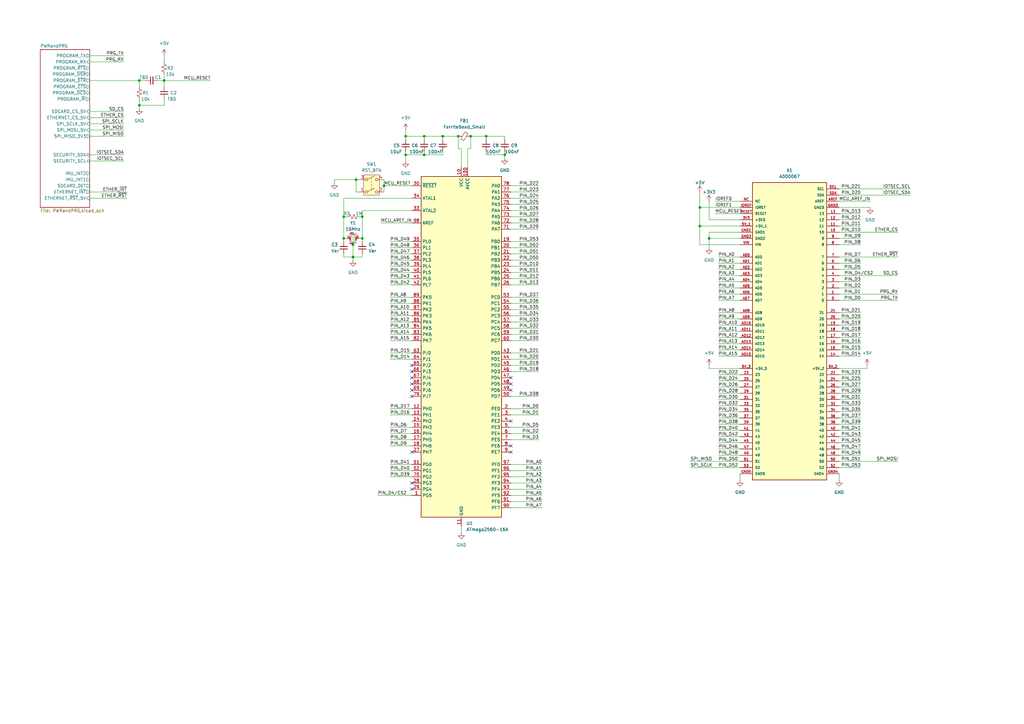
<source format=kicad_sch>
(kicad_sch (version 20250114) (generator "eeschema") (generator_version "9.0")
  (paper "A3")
  (title_block (title "MegaEtherBoard") (date "2022-02-19") (rev "A0"))
  (lib_symbols
    (symbol "A000067:A000067" (pin_names (offset 1.016))
      (property "Reference" "A" (at -15.24 61.595 0))
      (property "Value" "A000067" (at -15.24 -63.5 0))
      (symbol "A000067_0_0"
        (rectangle (start -15.24 -60.96) (end 15.24 60.96) (stroke (width 0.254)) (fill (type background)))
        (pin passive line (at -20.32 53.34 0) (length 5.08) (name "NC") (number "NC"))
        (pin passive line (at -20.32 50.8 0) (length 5.08) (name "IOREF") (number "IOREF"))
        (pin passive line (at -20.32 48.26 0) (length 5.08) (name "RESET") (number "RESET"))
        (pin passive line (at -20.32 45.72 0) (length 5.08) (name "+3V3") (number "3V3"))
        (pin passive line (at -20.32 43.18 0) (length 5.08) (name "+5V_1") (number "5V_1"))
        (pin passive line (at -20.32 40.64 0) (length 5.08) (name "GND1") (number "GND1"))
        (pin passive line (at -20.32 38.1 0) (length 5.08) (name "GND2") (number "GND2"))
        (pin passive line (at -20.32 35.56 0) (length 5.08) (name "VIN") (number "VIN"))
        (pin passive line (at -20.32 30.48 0) (length 5.08) (name "AD0") (number "AD0"))
        (pin passive line (at -20.32 27.94 0) (length 5.08) (name "AD1") (number "AD1"))
        (pin passive line (at -20.32 25.4 0) (length 5.08) (name "AD2") (number "AD2"))
        (pin passive line (at -20.32 22.86 0) (length 5.08) (name "AD3") (number "AD3"))
        (pin passive line (at -20.32 20.32 0) (length 5.08) (name "AD4") (number "AD4"))
        (pin passive line (at -20.32 17.78 0) (length 5.08) (name "AD5") (number "AD5"))
        (pin passive line (at -20.32 15.24 0) (length 5.08) (name "AD6") (number "AD6"))
        (pin passive line (at -20.32 12.7 0) (length 5.08) (name "AD7") (number "AD7"))
        (pin passive line (at -20.32 7.62 0) (length 5.08) (name "AD8") (number "AD8"))
        (pin passive line (at -20.32 5.08 0) (length 5.08) (name "AD9") (number "AD9"))
        (pin passive line (at -20.32 2.54 0) (length 5.08) (name "AD10") (number "AD10"))
        (pin passive line (at -20.32 0 0) (length 5.08) (name "AD11") (number "AD11"))
        (pin passive line (at -20.32 -2.54 0) (length 5.08) (name "AD12") (number "AD12"))
        (pin passive line (at -20.32 -5.08 0) (length 5.08) (name "AD13") (number "AD13"))
        (pin passive line (at -20.32 -7.62 0) (length 5.08) (name "AD14") (number "AD14"))
        (pin passive line (at -20.32 -10.16 0) (length 5.08) (name "AD15") (number "AD15"))
        (pin passive line (at -20.32 -15.24 0) (length 5.08) (name "+5V_3") (number "5V_3"))
        (pin passive line (at -20.32 -17.78 0) (length 5.08) (name "23") (number "23"))
        (pin passive line (at -20.32 -20.32 0) (length 5.08) (name "25") (number "25"))
        (pin passive line (at -20.32 -22.86 0) (length 5.08) (name "27") (number "27"))
        (pin passive line (at -20.32 -25.4 0) (length 5.08) (name "29") (number "29"))
        (pin passive line (at -20.32 -27.94 0) (length 5.08) (name "31") (number "31"))
        (pin passive line (at -20.32 -30.48 0) (length 5.08) (name "33") (number "33"))
        (pin passive line (at -20.32 -33.02 0) (length 5.08) (name "35") (number "35"))
        (pin passive line (at -20.32 -35.56 0) (length 5.08) (name "37") (number "37"))
        (pin passive line (at -20.32 -38.1 0) (length 5.08) (name "39") (number "39"))
        (pin passive line (at -20.32 -40.64 0) (length 5.08) (name "41") (number "41"))
        (pin passive line (at -20.32 -43.18 0) (length 5.08) (name "43") (number "43"))
        (pin passive line (at -20.32 -45.72 0) (length 5.08) (name "45") (number "45"))
        (pin passive line (at -20.32 -48.26 0) (length 5.08) (name "47") (number "47"))
        (pin passive line (at -20.32 -50.8 0) (length 5.08) (name "49") (number "49"))
        (pin passive line (at -20.32 -53.34 0) (length 5.08) (name "51") (number "51"))
        (pin passive line (at -20.32 -55.88 0) (length 5.08) (name "53") (number "53"))
        (pin passive line (at -20.32 -58.42 0) (length 5.08) (name "GND5") (number "GND5"))
        (pin passive line (at 20.32 58.42 180) (length 5.08) (name "SCL") (number "SCL"))
        (pin passive line (at 20.32 55.88 180) (length 5.08) (name "SDA") (number "SDA"))
        (pin passive line (at 20.32 53.34 180) (length 5.08) (name "AREF") (number "AREF"))
        (pin passive line (at 20.32 50.8 180) (length 5.08) (name "GND3") (number "GND3"))
        (pin passive line (at 20.32 48.26 180) (length 5.08) (name "13") (number "13"))
        (pin passive line (at 20.32 45.72 180) (length 5.08) (name "12") (number "12"))
        (pin passive line (at 20.32 43.18 180) (length 5.08) (name "11") (number "11"))
        (pin passive line (at 20.32 40.64 180) (length 5.08) (name "10") (number "10"))
        (pin passive line (at 20.32 38.1 180) (length 5.08) (name "9") (number "9"))
        (pin passive line (at 20.32 35.56 180) (length 5.08) (name "8") (number "8"))
        (pin passive line (at 20.32 30.48 180) (length 5.08) (name "7") (number "7"))
        (pin passive line (at 20.32 27.94 180) (length 5.08) (name "6") (number "6"))
        (pin passive line (at 20.32 25.4 180) (length 5.08) (name "5") (number "5"))
        (pin passive line (at 20.32 22.86 180) (length 5.08) (name "4") (number "4"))
        (pin passive line (at 20.32 20.32 180) (length 5.08) (name "3") (number "3"))
        (pin passive line (at 20.32 17.78 180) (length 5.08) (name "2") (number "2"))
        (pin passive line (at 20.32 15.24 180) (length 5.08) (name "1") (number "1"))
        (pin passive line (at 20.32 12.7 180) (length 5.08) (name "0") (number "0"))
        (pin passive line (at 20.32 7.62 180) (length 5.08) (name "21") (number "21"))
        (pin passive line (at 20.32 5.08 180) (length 5.08) (name "20") (number "20"))
        (pin passive line (at 20.32 2.54 180) (length 5.08) (name "19") (number "19"))
        (pin passive line (at 20.32 0 180) (length 5.08) (name "18") (number "18"))
        (pin passive line (at 20.32 -2.54 180) (length 5.08) (name "17") (number "17"))
        (pin passive line (at 20.32 -5.08 180) (length 5.08) (name "16") (number "16"))
        (pin passive line (at 20.32 -7.62 180) (length 5.08) (name "15") (number "15"))
        (pin passive line (at 20.32 -10.16 180) (length 5.08) (name "14") (number "14"))
        (pin passive line (at 20.32 -15.24 180) (length 5.08) (name "+5V_2") (number "5V_2"))
        (pin passive line (at 20.32 -17.78 180) (length 5.08) (name "22") (number "22"))
        (pin passive line (at 20.32 -20.32 180) (length 5.08) (name "24") (number "24"))
        (pin passive line (at 20.32 -22.86 180) (length 5.08) (name "26") (number "26"))
        (pin passive line (at 20.32 -25.4 180) (length 5.08) (name "28") (number "28"))
        (pin passive line (at 20.32 -27.94 180) (length 5.08) (name "30") (number "30"))
        (pin passive line (at 20.32 -30.48 180) (length 5.08) (name "32") (number "32"))
        (pin passive line (at 20.32 -33.02 180) (length 5.08) (name "34") (number "34"))
        (pin passive line (at 20.32 -35.56 180) (length 5.08) (name "36") (number "36"))
        (pin passive line (at 20.32 -38.1 180) (length 5.08) (name "38") (number "38"))
        (pin passive line (at 20.32 -40.64 180) (length 5.08) (name "40") (number "40"))
        (pin passive line (at 20.32 -43.18 180) (length 5.08) (name "42") (number "42"))
        (pin passive line (at 20.32 -45.72 180) (length 5.08) (name "44") (number "44"))
        (pin passive line (at 20.32 -48.26 180) (length 5.08) (name "46") (number "46"))
        (pin passive line (at 20.32 -50.8 180) (length 5.08) (name "48") (number "48"))
        (pin passive line (at 20.32 -53.34 180) (length 5.08) (name "50") (number "50"))
        (pin passive line (at 20.32 -55.88 180) (length 5.08) (name "52") (number "52"))
        (pin passive line (at 20.32 -58.42 180) (length 5.08) (name "GND4") (number "GND4"))
      )
    )
    (symbol "Device:C_Small" (pin_numbers (hide yes)) (pin_names (offset 0.254) (hide yes))
      (property "Reference" "C" (at 0.254 1.778 0))
      (property "Value" "C_Small" (at 0.254 -2.032 0))
      (symbol "C_Small_0_1"
        (polyline (pts (xy -1.524 0.508) (xy 1.524 0.508)) (stroke (width 0.3048)))
        (polyline (pts (xy -1.524 -0.508) (xy 1.524 -0.508)) (stroke (width 0.3302)))
      )
      (symbol "C_Small_1_1"
        (pin passive line (at 0 2.54 270) (length 2.032) (name "~") (number "1"))
        (pin passive line (at 0 -2.54 90) (length 2.032) (name "~") (number "2"))
      )
    )
    (symbol "Device:Crystal_GND24_Small" (pin_names (offset 1.016) (hide yes))
      (property "Reference" "Y" (at 1.27 4.445 0))
      (property "Value" "Crystal_GND24_Small" (at 1.27 2.54 0))
      (symbol "Crystal_GND24_Small_0_1"
        (polyline (pts (xy -1.27 1.27) (xy -1.27 1.905) (xy 1.27 1.905) (xy 1.27 1.27)))
        (polyline (pts (xy -1.27 -0.762) (xy -1.27 0.762)) (stroke (width 0.381)))
        (polyline (pts (xy -1.27 -1.27) (xy -1.27 -1.905) (xy 1.27 -1.905) (xy 1.27 -1.27)))
        (rectangle (start -0.762 -1.524) (end 0.762 1.524))
        (polyline (pts (xy 1.27 -0.762) (xy 1.27 0.762)) (stroke (width 0.381)))
      )
      (symbol "Crystal_GND24_Small_1_1"
        (pin passive line (at -2.54 0 0) (length 1.27) (name "1") (number "1"))
        (pin passive line (at 0 2.54 270) (length 0.635) (name "4") (number "4"))
        (pin passive line (at 0 -2.54 90) (length 0.635) (name "2") (number "2"))
        (pin passive line (at 2.54 0 180) (length 1.27) (name "3") (number "3"))
      )
    )
    (symbol "Device:FerriteBead_Small" (pin_numbers (hide yes)) (pin_names (offset 0))
      (property "Reference" "FB" (at 1.905 1.27 0))
      (property "Value" "FerriteBead_Small" (at 1.905 -1.27 0))
      (symbol "FerriteBead_Small_0_1"
        (polyline (pts (xy -1.8288 0.2794) (xy -1.1176 1.4986) (xy 1.8288 -0.2032) (xy 1.1176 -1.4224) (xy -1.8288 0.2794)))
        (polyline (pts (xy 0 0.889) (xy 0 1.2954)))
        (polyline (pts (xy 0 -1.27) (xy 0 -0.7874)))
      )
      (symbol "FerriteBead_Small_1_1"
        (pin passive line (at 0 2.54 270) (length 1.27) (name "~") (number "1"))
        (pin passive line (at 0 -2.54 90) (length 1.27) (name "~") (number "2"))
      )
    )
    (symbol "Device:R_Small_US" (pin_numbers (hide yes)) (pin_names (offset 0.254) (hide yes))
      (property "Reference" "R" (at 0.762 0.508 0))
      (property "Value" "R_Small_US" (at 0.762 -1.016 0))
      (symbol "R_Small_US_1_1"
        (polyline (pts (xy 0 1.524) (xy 1.016 1.143) (xy 0 0.762) (xy -1.016 0.381) (xy 0 0)))
        (polyline (pts (xy 0 0) (xy 1.016 -0.381) (xy 0 -0.762) (xy -1.016 -1.143) (xy 0 -1.524)))
        (pin passive line (at 0 2.54 270) (length 1.016) (name "~") (number "1"))
        (pin passive line (at 0 -2.54 90) (length 1.016) (name "~") (number "2"))
      )
    )
    (symbol "MCU_Microchip_ATmega:ATmega2560-16A"
      (property "Reference" "U" (at 0 1.27 0))
      (property "Value" "ATmega2560-16A" (at 0 -1.27 0))
      (symbol "ATmega2560-16A_0_1"
        (rectangle (start -16.51 -69.85) (end 16.51 69.85) (stroke (width 0.254)) (fill (type background)))
      )
      (symbol "ATmega2560-16A_1_1"
        (pin input line (at -20.32 66.04 0) (length 3.81) (name "~{RESET}") (number "30"))
        (pin input line (at -20.32 60.96 0) (length 3.81) (name "XTAL1") (number "34"))
        (pin output line (at -20.32 55.88 0) (length 3.81) (name "XTAL2") (number "33"))
        (pin passive line (at -20.32 50.8 0) (length 3.81) (name "AREF") (number "98"))
        (pin bidirectional line (at -20.32 43.18 0) (length 3.81) (name "PL0") (number "35"))
        (pin bidirectional line (at -20.32 40.64 0) (length 3.81) (name "PL1") (number "36"))
        (pin bidirectional line (at -20.32 38.1 0) (length 3.81) (name "PL2") (number "37"))
        (pin bidirectional line (at -20.32 35.56 0) (length 3.81) (name "PL3") (number "38"))
        (pin bidirectional line (at -20.32 33.02 0) (length 3.81) (name "PL4") (number "39"))
        (pin bidirectional line (at -20.32 30.48 0) (length 3.81) (name "PL5") (number "40"))
        (pin bidirectional line (at -20.32 27.94 0) (length 3.81) (name "PL6") (number "41"))
        (pin bidirectional line (at -20.32 25.4 0) (length 3.81) (name "PL7") (number "42"))
        (pin bidirectional line (at -20.32 20.32 0) (length 3.81) (name "PK0") (number "89"))
        (pin bidirectional line (at -20.32 17.78 0) (length 3.81) (name "PK1") (number "88"))
        (pin bidirectional line (at -20.32 15.24 0) (length 3.81) (name "PK2") (number "87"))
        (pin bidirectional line (at -20.32 12.7 0) (length 3.81) (name "PK3") (number "86"))
        (pin bidirectional line (at -20.32 10.16 0) (length 3.81) (name "PK4") (number "85"))
        (pin bidirectional line (at -20.32 7.62 0) (length 3.81) (name "PK5") (number "84"))
        (pin bidirectional line (at -20.32 5.08 0) (length 3.81) (name "PK6") (number "83"))
        (pin bidirectional line (at -20.32 2.54 0) (length 3.81) (name "PK7") (number "82"))
        (pin bidirectional line (at -20.32 -2.54 0) (length 3.81) (name "PJ0") (number "63"))
        (pin bidirectional line (at -20.32 -5.08 0) (length 3.81) (name "PJ1") (number "64"))
        (pin bidirectional line (at -20.32 -7.62 0) (length 3.81) (name "PJ2") (number "65"))
        (pin bidirectional line (at -20.32 -10.16 0) (length 3.81) (name "PJ3") (number "66"))
        (pin bidirectional line (at -20.32 -12.7 0) (length 3.81) (name "PJ4") (number "67"))
        (pin bidirectional line (at -20.32 -15.24 0) (length 3.81) (name "PJ5") (number "68"))
        (pin bidirectional line (at -20.32 -17.78 0) (length 3.81) (name "PJ6") (number "69"))
        (pin bidirectional line (at -20.32 -20.32 0) (length 3.81) (name "PJ7") (number "79"))
        (pin bidirectional line (at -20.32 -25.4 0) (length 3.81) (name "PH0") (number "12"))
        (pin bidirectional line (at -20.32 -27.94 0) (length 3.81) (name "PH1") (number "13"))
        (pin bidirectional line (at -20.32 -30.48 0) (length 3.81) (name "PH2") (number "14"))
        (pin bidirectional line (at -20.32 -33.02 0) (length 3.81) (name "PH3") (number "15"))
        (pin bidirectional line (at -20.32 -35.56 0) (length 3.81) (name "PH4") (number "16"))
        (pin bidirectional line (at -20.32 -38.1 0) (length 3.81) (name "PH5") (number "17"))
        (pin bidirectional line (at -20.32 -40.64 0) (length 3.81) (name "PH6") (number "18"))
        (pin bidirectional line (at -20.32 -43.18 0) (length 3.81) (name "PH7") (number "27"))
        (pin bidirectional line (at -20.32 -48.26 0) (length 3.81) (name "PG0") (number "51"))
        (pin bidirectional line (at -20.32 -50.8 0) (length 3.81) (name "PG1") (number "52"))
        (pin bidirectional line (at -20.32 -53.34 0) (length 3.81) (name "PG2") (number "70"))
        (pin bidirectional line (at -20.32 -55.88 0) (length 3.81) (name "PG3") (number "28"))
        (pin bidirectional line (at -20.32 -58.42 0) (length 3.81) (name "PG4") (number "29"))
        (pin bidirectional line (at -20.32 -60.96 0) (length 3.81) (name "PG5") (number "1"))
        (pin power_in line (at 0 73.66 270) (length 3.81) (name "VCC") (number "10"))
        (pin passive line (at 0 73.66 270) (length 3.81) (hide yes) (name "VCC") (number "31"))
        (pin passive line (at 0 73.66 270) (length 3.81) (hide yes) (name "VCC") (number "61"))
        (pin passive line (at 0 73.66 270) (length 3.81) (hide yes) (name "VCC") (number "80"))
        (pin power_in line (at 0 -73.66 90) (length 3.81) (name "GND") (number "11"))
        (pin passive line (at 0 -73.66 90) (length 3.81) (hide yes) (name "GND") (number "32"))
        (pin passive line (at 0 -73.66 90) (length 3.81) (hide yes) (name "GND") (number "62"))
        (pin passive line (at 0 -73.66 90) (length 3.81) (hide yes) (name "GND") (number "81"))
        (pin passive line (at 0 -73.66 90) (length 3.81) (hide yes) (name "GND") (number "99"))
        (pin power_in line (at 2.54 73.66 270) (length 3.81) (name "AVCC") (number "100"))
        (pin bidirectional line (at 20.32 66.04 180) (length 3.81) (name "PA0") (number "78"))
        (pin bidirectional line (at 20.32 63.5 180) (length 3.81) (name "PA1") (number "77"))
        (pin bidirectional line (at 20.32 60.96 180) (length 3.81) (name "PA2") (number "76"))
        (pin bidirectional line (at 20.32 58.42 180) (length 3.81) (name "PA3") (number "75"))
        (pin bidirectional line (at 20.32 55.88 180) (length 3.81) (name "PA4") (number "74"))
        (pin bidirectional line (at 20.32 53.34 180) (length 3.81) (name "PA5") (number "73"))
        (pin bidirectional line (at 20.32 50.8 180) (length 3.81) (name "PA6") (number "72"))
        (pin bidirectional line (at 20.32 48.26 180) (length 3.81) (name "PA7") (number "71"))
        (pin bidirectional line (at 20.32 43.18 180) (length 3.81) (name "PB0") (number "19"))
        (pin bidirectional line (at 20.32 40.64 180) (length 3.81) (name "PB1") (number "20"))
        (pin bidirectional line (at 20.32 38.1 180) (length 3.81) (name "PB2") (number "21"))
        (pin bidirectional line (at 20.32 35.56 180) (length 3.81) (name "PB3") (number "22"))
        (pin bidirectional line (at 20.32 33.02 180) (length 3.81) (name "PB4") (number "23"))
        (pin bidirectional line (at 20.32 30.48 180) (length 3.81) (name "PB5") (number "24"))
        (pin bidirectional line (at 20.32 27.94 180) (length 3.81) (name "PB6") (number "25"))
        (pin bidirectional line (at 20.32 25.4 180) (length 3.81) (name "PB7") (number "26"))
        (pin bidirectional line (at 20.32 20.32 180) (length 3.81) (name "PC0") (number "53"))
        (pin bidirectional line (at 20.32 17.78 180) (length 3.81) (name "PC1") (number "54"))
        (pin bidirectional line (at 20.32 15.24 180) (length 3.81) (name "PC2") (number "55"))
        (pin bidirectional line (at 20.32 12.7 180) (length 3.81) (name "PC3") (number "56"))
        (pin bidirectional line (at 20.32 10.16 180) (length 3.81) (name "PC4") (number "57"))
        (pin bidirectional line (at 20.32 7.62 180) (length 3.81) (name "PC5") (number "58"))
        (pin bidirectional line (at 20.32 5.08 180) (length 3.81) (name "PC6") (number "59"))
        (pin bidirectional line (at 20.32 2.54 180) (length 3.81) (name "PC7") (number "60"))
        (pin bidirectional line (at 20.32 -2.54 180) (length 3.81) (name "PD0") (number "43"))
        (pin bidirectional line (at 20.32 -5.08 180) (length 3.81) (name "PD1") (number "44"))
        (pin bidirectional line (at 20.32 -7.62 180) (length 3.81) (name "PD2") (number "45"))
        (pin bidirectional line (at 20.32 -10.16 180) (length 3.81) (name "PD3") (number "46"))
        (pin bidirectional line (at 20.32 -12.7 180) (length 3.81) (name "PD4") (number "47"))
        (pin bidirectional line (at 20.32 -15.24 180) (length 3.81) (name "PD5") (number "48"))
        (pin bidirectional line (at 20.32 -17.78 180) (length 3.81) (name "PD6") (number "49"))
        (pin bidirectional line (at 20.32 -20.32 180) (length 3.81) (name "PD7") (number "50"))
        (pin bidirectional line (at 20.32 -25.4 180) (length 3.81) (name "PE0") (number "2"))
        (pin bidirectional line (at 20.32 -27.94 180) (length 3.81) (name "PE1") (number "3"))
        (pin bidirectional line (at 20.32 -30.48 180) (length 3.81) (name "PE2") (number "4"))
        (pin bidirectional line (at 20.32 -33.02 180) (length 3.81) (name "PE3") (number "5"))
        (pin bidirectional line (at 20.32 -35.56 180) (length 3.81) (name "PE4") (number "6"))
        (pin bidirectional line (at 20.32 -38.1 180) (length 3.81) (name "PE5") (number "7"))
        (pin bidirectional line (at 20.32 -40.64 180) (length 3.81) (name "PE6") (number "8"))
        (pin bidirectional line (at 20.32 -43.18 180) (length 3.81) (name "PE7") (number "9"))
        (pin bidirectional line (at 20.32 -48.26 180) (length 3.81) (name "PF0") (number "97"))
        (pin bidirectional line (at 20.32 -50.8 180) (length 3.81) (name "PF1") (number "96"))
        (pin bidirectional line (at 20.32 -53.34 180) (length 3.81) (name "PF2") (number "95"))
        (pin bidirectional line (at 20.32 -55.88 180) (length 3.81) (name "PF3") (number "94"))
        (pin bidirectional line (at 20.32 -58.42 180) (length 3.81) (name "PF4") (number "93"))
        (pin bidirectional line (at 20.32 -60.96 180) (length 3.81) (name "PF5") (number "92"))
        (pin bidirectional line (at 20.32 -63.5 180) (length 3.81) (name "PF6") (number "91"))
        (pin bidirectional line (at 20.32 -66.04 180) (length 3.81) (name "PF7") (number "90"))
      )
    )
    (symbol "Switch:SW_DPST" (pin_names (offset 0) (hide yes))
      (property "Reference" "SW" (at 0 6.35 0))
      (property "Value" "SW_DPST" (at 0 -5.08 0))
      (symbol "SW_DPST_0_0"
        (circle (center -2.032 2.54) (radius 0.508))
        (circle (center -2.032 -2.54) (radius 0.508))
        (polyline (pts (xy -1.524 2.794) (xy 1.27 4.064)))
        (polyline (pts (xy -1.524 -2.286) (xy 1.27 -1.016)))
        (polyline (pts (xy 0 2.54) (xy 0 3.175)))
        (polyline (pts (xy 0 1.27) (xy 0 1.905)))
        (polyline (pts (xy 0 0) (xy 0 0.635)))
        (polyline (pts (xy 0 -1.27) (xy 0 -0.635)))
        (circle (center 2.032 2.54) (radius 0.508))
        (circle (center 2.032 -2.54) (radius 0.508))
      )
      (symbol "SW_DPST_1_1"
        (rectangle (start -3.175 4.445) (end 3.175 -3.81) (fill (type background)))
        (pin passive line (at -5.08 2.54 0) (length 2.54) (name "3") (number "3"))
        (pin passive line (at -5.08 -2.54 0) (length 2.54) (name "1") (number "1"))
        (pin passive line (at 5.08 2.54 180) (length 2.54) (name "4") (number "4"))
        (pin passive line (at 5.08 -2.54 180) (length 2.54) (name "2") (number "2"))
      )
    )
    (symbol "power:+3V3" (power) (pin_names (offset 0))
      (property "Value" "+3V3" (at 0 3.556 0))
      (symbol "+3V3_0_1"
        (polyline (pts (xy -0.762 1.27) (xy 0 2.54)))
        (polyline (pts (xy 0 2.54) (xy 0.762 1.27)))
        (polyline (pts (xy 0 0) (xy 0 2.54)))
      )
      (symbol "+3V3_1_1"
        (pin power_in line (at 0 0 90) (length 0) (hide yes) (name "+3V3") (number "1"))
      )
    )
    (symbol "power:+5V" (power) (pin_names (offset 0))
      (property "Value" "+5V" (at 0 3.556 0))
      (symbol "+5V_0_1"
        (polyline (pts (xy -0.762 1.27) (xy 0 2.54)))
        (polyline (pts (xy 0 2.54) (xy 0.762 1.27)))
        (polyline (pts (xy 0 0) (xy 0 2.54)))
      )
      (symbol "+5V_1_1"
        (pin power_in line (at 0 0 90) (length 0) (hide yes) (name "+5V") (number "1"))
      )
    )
    (symbol "power:GND" (power) (pin_names (offset 0))
      (property "Value" "GND" (at 0 -3.81 0))
      (symbol "GND_0_1"
        (polyline (pts (xy 0 0) (xy 0 -1.27) (xy 1.27 -1.27) (xy 0 -2.54) (xy -1.27 -1.27) (xy 0 -1.27)))
      )
      (symbol "GND_1_1"
        (pin power_in line (at 0 0 270) (length 0) (hide yes) (name "GND") (number "1"))
      )
    )
  )
  (junction (at 146.05 73.66))
  (junction (at 140.97 88.9))
  (junction (at 173.99 63.5))
  (junction (at 173.99 55.88))
  (junction (at 287.02 92.71))
  (junction (at 181.61 55.88))
  (junction (at 287.02 85.09))
  (junction (at 57.15 43.18))
  (junction (at 157.48 76.2))
  (junction (at 166.37 63.5))
  (junction (at 199.39 55.88))
  (junction (at 148.59 88.9))
  (junction (at 148.59 97.79))
  (junction (at 57.15 33.02))
  (junction (at 166.37 55.88))
  (junction (at 193.04 55.88))
  (junction (at 144.78 100.33))
  (junction (at 187.96 55.88))
  (junction (at 290.83 97.79))
  (junction (at 67.31 33.02))
  (junction (at 140.97 97.79))
  (junction (at 207.01 63.5))
  (junction (at 144.78 105.41))
  (no_connect (at 168.91 198.12))
  (no_connect (at 168.91 200.66))
  (no_connect (at 209.55 185.42))
  (no_connect (at 209.55 182.88))
  (no_connect (at 168.91 160.02))
  (no_connect (at 168.91 157.48))
  (no_connect (at 168.91 154.94))
  (no_connect (at 168.91 152.4))
  (no_connect (at 168.91 162.56))
  (no_connect (at 168.91 149.86))
  (no_connect (at 209.55 172.72))
  (no_connect (at 209.55 154.94))
  (no_connect (at 209.55 157.48))
  (no_connect (at 209.55 160.02))
  (no_connect (at 168.91 185.42))
  (wire (pts (xy 353.06 92.71) (xy 344.17 92.71)))
  (wire (pts (xy 209.55 111.76) (xy 220.98 111.76)))
  (wire (pts (xy 209.55 162.56) (xy 220.98 162.56)))
  (wire (pts (xy 148.59 88.9) (xy 148.59 86.36)))
  (wire (pts (xy 353.06 138.43) (xy 344.17 138.43)))
  (wire (pts (xy 168.91 139.7) (xy 160.02 139.7)))
  (wire (pts (xy 147.32 78.74) (xy 146.05 78.74)))
  (wire (pts (xy 353.06 146.05) (xy 344.17 146.05)))
  (wire (pts (xy 160.02 111.76) (xy 168.91 111.76)))
  (wire (pts (xy 146.05 78.74) (xy 146.05 73.66)))
  (wire (pts (xy 344.17 156.21) (xy 353.06 156.21)))
  (wire (pts (xy 294.64 123.19) (xy 303.53 123.19)))
  (wire (pts (xy 168.91 129.54) (xy 160.02 129.54)))
  (wire (pts (xy 199.39 63.5) (xy 207.01 63.5)))
  (wire (pts (xy 67.31 40.64) (xy 67.31 43.18)))
  (wire (pts (xy 209.55 78.74) (xy 220.98 78.74)))
  (wire (pts (xy 189.23 60.96) (xy 187.96 60.96)))
  (wire (pts (xy 290.83 95.25) (xy 303.53 95.25)))
  (wire (pts (xy 209.55 83.82) (xy 220.98 83.82)))
  (wire (pts (xy 209.55 149.86) (xy 220.98 149.86)))
  (wire (pts (xy 140.97 88.9) (xy 140.97 97.79)))
  (wire (pts (xy 189.23 68.58) (xy 189.23 60.96)))
  (wire (pts (xy 36.83 33.02) (xy 57.15 33.02)))
  (wire (pts (xy 344.17 176.53) (xy 353.06 176.53)))
  (wire (pts (xy 160.02 106.68) (xy 168.91 106.68)))
  (wire (pts (xy 160.02 195.58) (xy 168.91 195.58)))
  (wire (pts (xy 148.59 105.41) (xy 144.78 105.41)))
  (wire (pts (xy 294.64 163.83) (xy 303.53 163.83)))
  (wire (pts (xy 207.01 63.5) (xy 207.01 64.77)))
  (wire (pts (xy 142.24 97.79) (xy 140.97 97.79)))
  (wire (pts (xy 148.59 97.79) (xy 148.59 99.06)))
  (wire (pts (xy 57.15 43.18) (xy 57.15 44.45)))
  (wire (pts (xy 294.64 171.45) (xy 303.53 171.45)))
  (wire (pts (xy 209.55 205.74) (xy 222.25 205.74)))
  (wire (pts (xy 67.31 33.02) (xy 67.31 30.48)))
  (wire (pts (xy 148.59 86.36) (xy 168.91 86.36)))
  (wire (pts (xy 140.97 104.14) (xy 140.97 105.41)))
  (wire (pts (xy 294.64 184.15) (xy 303.53 184.15)))
  (wire (pts (xy 344.17 184.15) (xy 353.06 184.15)))
  (wire (pts (xy 36.83 78.74) (xy 52.07 78.74)))
  (wire (pts (xy 290.83 90.17) (xy 303.53 90.17)))
  (wire (pts (xy 168.91 121.92) (xy 160.02 121.92)))
  (wire (pts (xy 148.59 97.79) (xy 148.59 88.9)))
  (wire (pts (xy 209.55 175.26) (xy 220.98 175.26)))
  (wire (pts (xy 294.64 107.95) (xy 303.53 107.95)))
  (wire (pts (xy 294.64 133.35) (xy 303.53 133.35)))
  (wire (pts (xy 168.91 124.46) (xy 160.02 124.46)))
  (wire (pts (xy 209.55 200.66) (xy 222.25 200.66)))
  (wire (pts (xy 173.99 55.88) (xy 173.99 57.15)))
  (wire (pts (xy 344.17 181.61) (xy 353.06 181.61)))
  (wire (pts (xy 147.32 88.9) (xy 148.59 88.9)))
  (wire (pts (xy 157.48 73.66) (xy 157.48 76.2)))
  (wire (pts (xy 207.01 63.5) (xy 207.01 62.23)))
  (wire (pts (xy 209.55 121.92) (xy 220.98 121.92)))
  (wire (pts (xy 140.97 88.9) (xy 142.24 88.9)))
  (wire (pts (xy 181.61 55.88) (xy 187.96 55.88)))
  (wire (pts (xy 353.06 118.11) (xy 344.17 118.11)))
  (wire (pts (xy 147.32 73.66) (xy 146.05 73.66)))
  (wire (pts (xy 294.64 181.61) (xy 303.53 181.61)))
  (wire (pts (xy 36.83 66.04) (xy 50.8 66.04)))
  (wire (pts (xy 36.83 53.34) (xy 50.8 53.34)))
  (wire (pts (xy 36.83 22.86) (xy 50.8 22.86)))
  (wire (pts (xy 160.02 147.32) (xy 168.91 147.32)))
  (wire (pts (xy 209.55 203.2) (xy 222.25 203.2)))
  (wire (pts (xy 290.83 90.17) (xy 290.83 82.55)))
  (wire (pts (xy 168.91 134.62) (xy 160.02 134.62)))
  (wire (pts (xy 209.55 195.58) (xy 222.25 195.58)))
  (wire (pts (xy 36.83 55.88) (xy 50.8 55.88)))
  (wire (pts (xy 199.39 62.23) (xy 199.39 63.5)))
  (wire (pts (xy 173.99 55.88) (xy 181.61 55.88)))
  (wire (pts (xy 154.94 203.2) (xy 168.91 203.2)))
  (wire (pts (xy 294.64 128.27) (xy 303.53 128.27)))
  (wire (pts (xy 67.31 33.02) (xy 67.31 35.56)))
  (wire (pts (xy 166.37 55.88) (xy 166.37 57.15)))
  (wire (pts (xy 57.15 40.64) (xy 57.15 43.18)))
  (wire (pts (xy 353.06 90.17) (xy 344.17 90.17)))
  (wire (pts (xy 36.83 81.28) (xy 52.07 81.28)))
  (wire (pts (xy 209.55 198.12) (xy 222.25 198.12)))
  (wire (pts (xy 140.97 97.79) (xy 140.97 99.06)))
  (wire (pts (xy 287.02 100.33) (xy 303.53 100.33)))
  (wire (pts (xy 353.06 115.57) (xy 344.17 115.57)))
  (wire (pts (xy 290.83 97.79) (xy 303.53 97.79)))
  (wire (pts (xy 209.55 101.6) (xy 220.98 101.6)))
  (wire (pts (xy 209.55 129.54) (xy 220.98 129.54)))
  (wire (pts (xy 356.87 82.55) (xy 344.17 82.55)))
  (wire (pts (xy 156.21 91.44) (xy 168.91 91.44)))
  (wire (pts (xy 209.55 93.98) (xy 220.98 93.98)))
  (wire (pts (xy 64.77 33.02) (xy 67.31 33.02)))
  (wire (pts (xy 294.64 146.05) (xy 303.53 146.05)))
  (wire (pts (xy 168.91 137.16) (xy 160.02 137.16)))
  (wire (pts (xy 344.17 163.83) (xy 353.06 163.83)))
  (wire (pts (xy 209.55 152.4) (xy 220.98 152.4)))
  (wire (pts (xy 146.05 73.66) (xy 137.16 73.66)))
  (wire (pts (xy 294.64 153.67) (xy 303.53 153.67)))
  (wire (pts (xy 344.17 105.41) (xy 368.3 105.41)))
  (wire (pts (xy 160.02 114.3) (xy 168.91 114.3)))
  (wire (pts (xy 137.16 73.66) (xy 137.16 74.93)))
  (wire (pts (xy 199.39 55.88) (xy 207.01 55.88)))
  (wire (pts (xy 209.55 109.22) (xy 220.98 109.22)))
  (wire (pts (xy 353.06 128.27) (xy 344.17 128.27)))
  (wire (pts (xy 166.37 63.5) (xy 166.37 66.04)))
  (wire (pts (xy 209.55 104.14) (xy 220.98 104.14)))
  (wire (pts (xy 344.17 191.77) (xy 353.06 191.77)))
  (wire (pts (xy 160.02 144.78) (xy 168.91 144.78)))
  (wire (pts (xy 344.17 80.01) (xy 373.38 80.01)))
  (wire (pts (xy 160.02 190.5) (xy 168.91 190.5)))
  (wire (pts (xy 344.17 179.07) (xy 353.06 179.07)))
  (wire (pts (xy 209.55 137.16) (xy 220.98 137.16)))
  (wire (pts (xy 294.64 143.51) (xy 303.53 143.51)))
  (wire (pts (xy 144.78 105.41) (xy 144.78 106.68)))
  (wire (pts (xy 209.55 86.36) (xy 220.98 86.36)))
  (wire (pts (xy 193.04 55.88) (xy 199.39 55.88)))
  (wire (pts (xy 294.64 161.29) (xy 303.53 161.29)))
  (wire (pts (xy 209.55 190.5) (xy 222.25 190.5)))
  (wire (pts (xy 353.06 130.81) (xy 344.17 130.81)))
  (wire (pts (xy 160.02 109.22) (xy 168.91 109.22)))
  (wire (pts (xy 290.83 97.79) (xy 290.83 101.6)))
  (wire (pts (xy 344.17 189.23) (xy 368.3 189.23)))
  (wire (pts (xy 166.37 53.34) (xy 166.37 55.88)))
  (wire (pts (xy 160.02 170.18) (xy 168.91 170.18)))
  (wire (pts (xy 209.55 134.62) (xy 220.98 134.62)))
  (wire (pts (xy 287.02 78.74) (xy 287.02 85.09)))
  (wire (pts (xy 287.02 92.71) (xy 303.53 92.71)))
  (wire (pts (xy 147.32 97.79) (xy 148.59 97.79)))
  (wire (pts (xy 344.17 171.45) (xy 353.06 171.45)))
  (wire (pts (xy 166.37 63.5) (xy 173.99 63.5)))
  (wire (pts (xy 160.02 116.84) (xy 168.91 116.84)))
  (wire (pts (xy 181.61 62.23) (xy 181.61 63.5)))
  (wire (pts (xy 207.01 55.88) (xy 207.01 57.15)))
  (wire (pts (xy 209.55 88.9) (xy 220.98 88.9)))
  (wire (pts (xy 209.55 132.08) (xy 220.98 132.08)))
  (wire (pts (xy 160.02 177.8) (xy 168.91 177.8)))
  (wire (pts (xy 283.21 189.23) (xy 303.53 189.23)))
  (wire (pts (xy 57.15 33.02) (xy 57.15 35.56)))
  (wire (pts (xy 160.02 180.34) (xy 168.91 180.34)))
  (wire (pts (xy 168.91 127) (xy 160.02 127)))
  (wire (pts (xy 59.69 33.02) (xy 57.15 33.02)))
  (wire (pts (xy 303.53 151.13) (xy 290.83 151.13)))
  (wire (pts (xy 353.06 97.79) (xy 344.17 97.79)))
  (wire (pts (xy 168.91 132.08) (xy 160.02 132.08)))
  (wire (pts (xy 209.55 144.78) (xy 220.98 144.78)))
  (wire (pts (xy 144.78 100.33) (xy 144.78 105.41)))
  (wire (pts (xy 294.64 140.97) (xy 303.53 140.97)))
  (wire (pts (xy 36.83 25.4) (xy 50.8 25.4)))
  (wire (pts (xy 353.06 110.49) (xy 344.17 110.49)))
  (wire (pts (xy 294.64 118.11) (xy 303.53 118.11)))
  (wire (pts (xy 344.17 166.37) (xy 353.06 166.37)))
  (wire (pts (xy 209.55 193.04) (xy 222.25 193.04)))
  (wire (pts (xy 294.64 166.37) (xy 303.53 166.37)))
  (wire (pts (xy 166.37 62.23) (xy 166.37 63.5)))
  (wire (pts (xy 209.55 106.68) (xy 220.98 106.68)))
  (wire (pts (xy 209.55 170.18) (xy 220.98 170.18)))
  (wire (pts (xy 344.17 151.13) (xy 355.6 151.13)))
  (wire (pts (xy 189.23 215.9) (xy 189.23 218.44)))
  (wire (pts (xy 67.31 33.02) (xy 86.36 33.02)))
  (wire (pts (xy 344.17 95.25) (xy 368.3 95.25)))
  (wire (pts (xy 36.83 45.72) (xy 50.8 45.72)))
  (wire (pts (xy 191.77 68.58) (xy 191.77 60.96)))
  (wire (pts (xy 353.06 140.97) (xy 344.17 140.97)))
  (wire (pts (xy 209.55 76.2) (xy 220.98 76.2)))
  (wire (pts (xy 209.55 167.64) (xy 220.98 167.64)))
  (wire (pts (xy 353.06 107.95) (xy 344.17 107.95)))
  (wire (pts (xy 209.55 208.28) (xy 222.25 208.28)))
  (wire (pts (xy 293.37 82.55) (xy 303.53 82.55)))
  (wire (pts (xy 353.06 133.35) (xy 344.17 133.35)))
  (wire (pts (xy 294.64 135.89) (xy 303.53 135.89)))
  (wire (pts (xy 181.61 55.88) (xy 181.61 57.15)))
  (wire (pts (xy 67.31 22.86) (xy 67.31 25.4)))
  (wire (pts (xy 144.78 95.25) (xy 144.78 100.33)))
  (wire (pts (xy 160.02 101.6) (xy 168.91 101.6)))
  (wire (pts (xy 209.55 114.3) (xy 220.98 114.3)))
  (wire (pts (xy 294.64 105.41) (xy 303.53 105.41)))
  (wire (pts (xy 294.64 130.81) (xy 303.53 130.81)))
  (wire (pts (xy 344.17 113.03) (xy 368.3 113.03)))
  (wire (pts (xy 294.64 173.99) (xy 303.53 173.99)))
  (wire (pts (xy 294.64 176.53) (xy 303.53 176.53)))
  (wire (pts (xy 140.97 105.41) (xy 144.78 105.41)))
  (wire (pts (xy 209.55 147.32) (xy 220.98 147.32)))
  (wire (pts (xy 209.55 99.06) (xy 220.98 99.06)))
  (wire (pts (xy 287.02 85.09) (xy 287.02 92.71)))
  (wire (pts (xy 209.55 81.28) (xy 220.98 81.28)))
  (wire (pts (xy 294.64 138.43) (xy 303.53 138.43)))
  (wire (pts (xy 344.17 85.09) (xy 356.87 85.09)))
  (wire (pts (xy 36.83 50.8) (xy 50.8 50.8)))
  (wire (pts (xy 303.53 196.85) (xy 303.53 194.31)))
  (wire (pts (xy 344.17 120.65) (xy 368.3 120.65)))
  (wire (pts (xy 157.48 76.2) (xy 157.48 78.74)))
  (wire (pts (xy 67.31 43.18) (xy 57.15 43.18)))
  (wire (pts (xy 181.61 63.5) (xy 173.99 63.5)))
  (wire (pts (xy 294.64 168.91) (xy 303.53 168.91)))
  (wire (pts (xy 193.04 55.88) (xy 193.04 60.96)))
  (wire (pts (xy 199.39 55.88) (xy 199.39 57.15)))
  (wire (pts (xy 353.06 87.63) (xy 344.17 87.63)))
  (wire (pts (xy 287.02 85.09) (xy 303.53 85.09)))
  (wire (pts (xy 209.55 177.8) (xy 220.98 177.8)))
  (wire (pts (xy 157.48 76.2) (xy 168.91 76.2)))
  (wire (pts (xy 294.64 186.69) (xy 303.53 186.69)))
  (wire (pts (xy 209.55 124.46) (xy 220.98 124.46)))
  (wire (pts (xy 344.17 186.69) (xy 353.06 186.69)))
  (wire (pts (xy 344.17 123.19) (xy 368.3 123.19)))
  (wire (pts (xy 344.17 196.85) (xy 344.17 194.31)))
  (wire (pts (xy 344.17 173.99) (xy 353.06 173.99)))
  (wire (pts (xy 209.55 139.7) (xy 220.98 139.7)))
  (wire (pts (xy 344.17 77.47) (xy 373.38 77.47)))
  (wire (pts (xy 294.64 113.03) (xy 303.53 113.03)))
  (wire (pts (xy 294.64 115.57) (xy 303.53 115.57)))
  (wire (pts (xy 187.96 60.96) (xy 187.96 55.88)))
  (wire (pts (xy 344.17 168.91) (xy 353.06 168.91)))
  (wire (pts (xy 160.02 104.14) (xy 168.91 104.14)))
  (wire (pts (xy 294.64 156.21) (xy 303.53 156.21)))
  (wire (pts (xy 209.55 116.84) (xy 220.98 116.84)))
  (wire (pts (xy 160.02 175.26) (xy 168.91 175.26)))
  (wire (pts (xy 160.02 99.06) (xy 168.91 99.06)))
  (wire (pts (xy 290.83 149.86) (xy 290.83 151.13)))
  (wire (pts (xy 148.59 104.14) (xy 148.59 105.41)))
  (wire (pts (xy 294.64 158.75) (xy 303.53 158.75)))
  (wire (pts (xy 209.55 127) (xy 220.98 127)))
  (wire (pts (xy 353.06 143.51) (xy 344.17 143.51)))
  (wire (pts (xy 355.6 151.13) (xy 355.6 149.86)))
  (wire (pts (xy 209.55 91.44) (xy 220.98 91.44)))
  (wire (pts (xy 294.64 120.65) (xy 303.53 120.65)))
  (wire (pts (xy 344.17 158.75) (xy 353.06 158.75)))
  (wire (pts (xy 294.64 179.07) (xy 303.53 179.07)))
  (wire (pts (xy 173.99 63.5) (xy 173.99 62.23)))
  (wire (pts (xy 353.06 100.33) (xy 344.17 100.33)))
  (wire (pts (xy 290.83 95.25) (xy 290.83 97.79)))
  (wire (pts (xy 36.83 48.26) (xy 50.8 48.26)))
  (wire (pts (xy 36.83 63.5) (xy 50.8 63.5)))
  (wire (pts (xy 168.91 81.28) (xy 140.97 81.28)))
  (wire (pts (xy 287.02 100.33) (xy 287.02 92.71)))
  (wire (pts (xy 160.02 167.64) (xy 168.91 167.64)))
  (wire (pts (xy 160.02 182.88) (xy 168.91 182.88)))
  (wire (pts (xy 140.97 81.28) (xy 140.97 88.9)))
  (wire (pts (xy 209.55 180.34) (xy 220.98 180.34)))
  (wire (pts (xy 344.17 153.67) (xy 353.06 153.67)))
  (wire (pts (xy 294.64 110.49) (xy 303.53 110.49)))
  (wire (pts (xy 191.77 60.96) (xy 193.04 60.96)))
  (wire (pts (xy 166.37 55.88) (xy 173.99 55.88)))
  (wire (pts (xy 344.17 161.29) (xy 353.06 161.29)))
  (wire (pts (xy 160.02 193.04) (xy 168.91 193.04)))
  (wire (pts (xy 293.37 87.63) (xy 303.53 87.63)))
  (wire (pts (xy 283.21 191.77) (xy 303.53 191.77)))
  (wire (pts (xy 353.06 135.89) (xy 344.17 135.89)))
  (label "IOREF0" (at 293.37 82.55 0))
  (label "PIN_D27" (at 220.98 88.9 180))
  (label "PIN_D20" (at 220.98 147.32 180))
  (label "PIN_D2" (at 220.98 177.8 180))
  (label "PIN_D47" (at 160.02 104.14 0))
  (label "PIN_D16" (at 160.02 170.18 0))
  (label "PIN_D22" (at 220.98 76.2 180))
  (label "PIN_D44" (at 294.64 181.61 0))
  (label "PIN_D29" (at 353.06 161.29 180))
  (label "MCU_RESET" (at 293.37 87.63 0))
  (label "PIN_D46" (at 160.02 106.68 0))
  (label "PIN_D2" (at 353.06 118.11 180))
  (label "SD_CS" (at 368.3 113.03 180))
  (label "PIN_A11" (at 160.02 129.54 0))
  (label "PIN_D52" (at 294.64 191.77 0))
  (label "PIN_D44" (at 160.02 111.76 0))
  (label "PIN_D42" (at 160.02 116.84 0))
  (label "PIN_A9" (at 294.64 130.81 0))
  (label "PIN_D49" (at 353.06 186.69 180))
  (label "PIN_A12" (at 160.02 132.08 0))
  (label "PIN_D4{slash}CS2" (at 154.94 203.2 0))
  (label "PIN_D51" (at 220.98 104.14 180))
  (label "PIN_A14" (at 160.02 137.16 0))
  (label "PIN_D5" (at 353.06 110.49 180))
  (label "PIN_D34" (at 294.64 168.91 0))
  (label "SPI_MISO" (at 283.21 189.23 0))
  (label "PIN_D21" (at 220.98 144.78 180))
  (label "PIN_A0" (at 222.25 190.5 180))
  (label "SPI_MISO" (at 50.8 55.88 180))
  (label "SPI_MOSI" (at 50.8 53.34 180))
  (label "PIN_D13" (at 353.06 87.63 180))
  (label "PIN_D9" (at 353.06 97.79 180))
  (label "PIN_D6" (at 160.02 175.26 0))
  (label "PIN_D24" (at 220.98 81.28 180))
  (label "PIN_D53" (at 353.06 191.77 180))
  (label "PIN_D30" (at 294.64 163.83 0))
  (label "PIN_D17" (at 160.02 167.64 0))
  (label "PIN_D0" (at 220.98 167.64 180))
  (label "PIN_D35" (at 353.06 168.91 180))
  (label "PIN_D7" (at 160.02 177.8 0))
  (label "PIN_D52" (at 220.98 101.6 180))
  (label "PIN_A9" (at 160.02 124.46 0))
  (label "PIN_D12" (at 220.98 114.3 180))
  (label "ETHER_~{RST}" (at 368.3 105.41 180))
  (label "ETHER_~{RST}" (at 52.07 81.28 180))
  (label "PIN_D18" (at 220.98 152.4 180))
  (label "PIN_D6" (at 353.06 107.95 180))
  (label "PIN_A2" (at 222.25 195.58 180))
  (label "PIN_D11" (at 220.98 111.76 180))
  (label "MCU_RESET" (at 86.36 33.02 180))
  (label "PIN_A6" (at 222.25 205.74 180))
  (label "PIN_D19" (at 353.06 133.35 180))
  (label "PIN_A15" (at 294.64 146.05 0))
  (label "PIN_D1" (at 220.98 170.18 180))
  (label "PIN_D14" (at 353.06 146.05 180))
  (label "PIN_D50" (at 220.98 106.68 180))
  (label "PRG_TX" (at 368.3 123.19 180))
  (label "PIN_D5" (at 220.98 175.26 180))
  (label "PIN_A1" (at 222.25 193.04 180))
  (label "PIN_D25" (at 353.06 156.21 180))
  (label "PIN_D39" (at 353.06 173.99 180))
  (label "PIN_D3" (at 220.98 180.34 180))
  (label "PIN_D40" (at 160.02 193.04 0))
  (label "SPI_MOSI" (at 368.3 189.23 180))
  (label "PIN_A15" (at 160.02 139.7 0))
  (label "PIN_D47" (at 353.06 184.15 180))
  (label "PIN_D37" (at 220.98 121.92 180))
  (label "PIN_D9" (at 160.02 182.88 0))
  (label "PIN_D4{slash}CS2" (at 358.14 113.03 180))
  (label "PIN_D13" (at 220.98 116.84 180))
  (label "PIN_D53" (at 220.98 99.06 180))
  (label "PIN_D48" (at 294.64 186.69 0))
  (label "PIN_D38" (at 294.64 173.99 0))
  (label "IOTSEC_SCL" (at 50.8 66.04 180))
  (label "PIN_D31" (at 353.06 163.83 180))
  (label "PIN_D1" (at 353.06 120.65 180))
  (label "PIN_D18" (at 353.06 135.89 180))
  (label "PIN_D15" (at 160.02 144.78 0))
  (label "PIN_A8" (at 160.02 121.92 0))
  (label "IOTSEC_SCL" (at 373.38 77.47 180))
  (label "PIN_D28" (at 220.98 91.44 180))
  (label "PIN_A6" (at 294.64 120.65 0))
  (label "PIN_A1" (at 294.64 107.95 0))
  (label "PIN_A3" (at 222.25 198.12 180))
  (label "PIN_D10" (at 220.98 109.22 180))
  (label "ETHER_~{INT}" (at 52.07 78.74 180))
  (label "PIN_D27" (at 353.06 158.75 180))
  (label "PIN_D8" (at 353.06 100.33 180))
  (label "PIN_D33" (at 353.06 166.37 180))
  (label "ETHER_CS" (at 368.3 95.25 180))
  (label "PIN_D19" (at 220.98 149.86 180))
  (label "PIN_D32" (at 294.64 166.37 0))
  (label "PIN_D26" (at 294.64 158.75 0))
  (label "PIN_D48" (at 160.02 101.6 0))
  (label "SD_CS" (at 50.8 45.72 180))
  (label "PIN_A7" (at 222.25 208.28 180))
  (label "PIN_D43" (at 353.06 179.07 180))
  (label "PIN_D45" (at 353.06 181.61 180))
  (label "PIN_D38" (at 220.98 162.56 180))
  (label "PIN_D23" (at 220.98 78.74 180))
  (label "PIN_A2" (at 294.64 110.49 0))
  (label "MCU_RESET" (at 157.48 76.2 0))
  (label "PIN_D20" (at 353.06 80.01 180))
  (label "PIN_D3" (at 353.06 115.57 180))
  (label "PIN_D42" (at 294.64 179.07 0))
  (label "PIN_D31" (at 220.98 137.16 180))
  (label "PIN_D40" (at 294.64 176.53 0))
  (label "PIN_D16" (at 353.06 140.97 180))
  (label "IOREF1" (at 293.37 85.09 0))
  (label "PIN_A0" (at 294.64 105.41 0))
  (label "PIN_D21" (at 353.06 128.27 180))
  (label "PIN_D24" (at 294.64 156.21 0))
  (label "PIN_D20" (at 353.06 130.81 180))
  (label "PIN_D15" (at 353.06 143.51 180))
  (label "PIN_D34" (at 220.98 129.54 180))
  (label "PIN_A10" (at 294.64 133.35 0))
  (label "PIN_D50" (at 294.64 189.23 0))
  (label "SPI_SCLK" (at 50.8 50.8 180))
  (label "PIN_D10" (at 353.06 95.25 180))
  (label "PIN_D43" (at 160.02 114.3 0))
  (label "PIN_D36" (at 220.98 124.46 180))
  (label "PIN_D21" (at 353.06 77.47 180))
  (label "PIN_A7" (at 294.64 123.19 0))
  (label "PRG_RX" (at 50.8 25.4 180))
  (label "PIN_D29" (at 220.98 93.98 180))
  (label "PIN_D37" (at 353.06 171.45 180))
  (label "PRG_TX" (at 50.8 22.86 180))
  (label "IOTSEC_SDA" (at 50.8 63.5 180))
  (label "PIN_D22" (at 294.64 153.67 0))
  (label "PIN_A12" (at 294.64 138.43 0))
  (label "PIN_D33" (at 220.98 132.08 180))
  (label "PIN_D32" (at 220.98 134.62 180))
  (label "PIN_D25" (at 220.98 83.82 180))
  (label "PIN_D35" (at 220.98 127 180))
  (label "PIN_D30" (at 220.98 139.7 180))
  (label "PIN_D41" (at 160.02 190.5 0))
  (label "PIN_A11" (at 294.64 135.89 0))
  (label "PIN_A10" (at 160.02 127 0))
  (label "MCU_AREF_IN" (at 156.21 91.44 0))
  (label "PIN_A4" (at 222.25 200.66 180))
  (label "PIN_D49" (at 160.02 99.06 0))
  (label "ETHER_CS" (at 50.8 48.26 180))
  (label "PIN_A8" (at 294.64 128.27 0))
  (label "PIN_D23" (at 353.06 153.67 180))
  (label "PIN_A13" (at 160.02 134.62 0))
  (label "PIN_D26" (at 220.98 86.36 180))
  (label "PIN_D51" (at 353.06 189.23 180))
  (label "PIN_D41" (at 353.06 176.53 180))
  (label "MCU_AREF_IN" (at 356.87 82.55 180))
  (label "PIN_A14" (at 294.64 143.51 0))
  (label "PIN_D14" (at 160.02 147.32 0))
  (label "PIN_D39" (at 160.02 195.58 0))
  (label "PIN_D45" (at 160.02 109.22 0))
  (label "PIN_A4" (at 294.64 115.57 0))
  (label "PIN_D17" (at 353.06 138.43 180))
  (label "PIN_D7" (at 353.06 105.41 180))
  (label "IOTSEC_SDA" (at 373.38 80.01 180))
  (label "PRG_RX" (at 368.3 120.65 180))
  (label "PIN_D12" (at 353.06 90.17 180))
  (label "PIN_D8" (at 160.02 180.34 0))
  (label "PIN_D36" (at 294.64 171.45 0))
  (label "PIN_D46" (at 294.64 184.15 0))
  (label "PIN_A13" (at 294.64 140.97 0))
  (label "PIN_A5" (at 222.25 203.2 180))
  (label "PIN_A5" (at 294.64 118.11 0))
  (label "PIN_A3" (at 294.64 113.03 0))
  (label "PIN_D0" (at 353.06 123.19 180))
  (label "PIN_D11" (at 353.06 92.71 180))
  (label "SPI_SCLK" (at 283.21 191.77 0))
  (label "PIN_D28" (at 294.64 161.29 0))
  (symbol (lib_id "power:GND") (at 57.15 44.45 0) (mirror y) (unit 1)
    (property "Reference" "#PWR0108" (effects (hide yes)))
    (property "Value" "GND" (at 57.15 49.53 0))
  )
  (symbol (lib_id "Device:C_Small") (at 166.37 59.69 180) (unit 1)
    (property "Reference" "C5" (at 161.29 59.69 0) (effects (justify right)))
    (property "Value" "10uF" (at 160.02 62.23 0) (effects (justify right)))
    (property "Footprint" "Capacitor_SMD:C_1206_3216Metric" (effects (hide yes)))
  )
  (symbol (lib_id "power:+5V") (at 287.02 78.74 0) (unit 1)
    (property "Reference" "#PWR0110" (effects (hide yes)))
    (property "Value" "+5V" (at 287.02 74.93 0))
  )
  (symbol (lib_id "Switch:SW_DPST") (at 152.4 76.2 0) (unit 1)
    (property "Reference" "SW1" (at 152.4 67.31 0))
    (property "Value" "RST_BTN" (at 152.4 69.85 0))
    (property "Footprint" "Button_Switch_SMD:SW_SPST_PTS645" (effects (hide yes)))
    (property "Description" "Double Pole Single Throw (DPST) Switch" (effects (hide yes)))
  )
  (symbol (lib_id "power:GND") (at 207.01 64.77 0) (unit 1)
    (property "Reference" "#PWR0103" (effects (hide yes)))
    (property "Value" "GND" (at 207.01 69.85 0))
  )
  (symbol (lib_id "Device:C_Small") (at 140.97 101.6 180) (unit 1)
    (property "Reference" "C3" (at 135.89 100.33 0) (effects (justify right)))
    (property "Value" "Var" (at 135.89 102.87 0) (effects (justify right)))
    (property "Footprint" "Capacitor_SMD:C_0603_1608Metric" (effects (hide yes)))
  )
  (symbol (lib_id "Device:R_Small_US") (at 144.78 88.9 90) (unit 1)
    (property "Reference" "R3" (at 142.24 87.63 90))
    (property "Value" "1M" (at 147.32 87.63 90))
    (property "Footprint" "Resistor_SMD:R_0603_1608Metric" (effects (hide yes)))
  )
  (symbol (lib_id "power:+5V") (at 355.6 149.86 0) (unit 1)
    (property "Reference" "#PWR0142" (effects (hide yes)))
    (property "Value" "+5V" (at 355.6 144.78 0))
  )
  (symbol (lib_id "power:+5V") (at 290.83 149.86 0) (unit 1)
    (property "Reference" "#PWR0145" (effects (hide yes)))
    (property "Value" "+5V" (at 290.83 144.78 0))
  )
  (symbol (lib_id "Device:C_Small") (at 62.23 33.02 90) (unit 1)
    (property "Reference" "C1" (at 63.5 31.75 90) (effects (justify right)))
    (property "Value" "TBD" (at 57.15 31.75 90) (effects (justify right)))
    (property "Footprint" "Capacitor_SMD:C_0603_1608Metric" (effects (hide yes)))
  )
  (symbol (lib_id "A000067:A000067") (at 323.85 135.89 0) (unit 1)
    (property "Reference" "A1" (at 323.85 69.85 0))
    (property "Value" "A000067" (at 323.85 72.39 0))
    (property "Footprint" "footprints:ARDUINO_A000067" (effects (hide yes)))
    (property "AVAILABILITY" "Unavailable" (effects (hide yes)))
    (property "MP" "ARDUINO MEGA2560 REV3 - RETAIL" (effects (hide yes)))
    (property "PRICE" "None" (effects (hide yes)))
    (property "PACKAGE" "None" (effects (hide yes)))
    (property "DESCRIPTION" "Dev.kit: Arduino; SPI, TWI, UART; ICSP, USB B, pin strips, supply" (effects (hide yes)))
    (property "MF" "Arduino" (effects (hide yes)))
  )
  (symbol (lib_id "power:+5V") (at 67.31 22.86 0) (unit 1)
    (property "Reference" "#PWR0107" (effects (hide yes)))
    (property "Value" "+5V" (at 67.31 17.78 0))
  )
  (symbol (lib_id "Device:R_Small_US") (at 67.31 27.94 0) (unit 1)
    (property "Reference" "R2" (at 69.85 27.94 0))
    (property "Value" "10k" (at 69.85 30.48 0))
    (property "Footprint" "Resistor_SMD:R_0603_1608Metric" (effects (hide yes)))
  )
  (symbol (lib_id "Device:C_Small") (at 67.31 38.1 180) (unit 1)
    (property "Reference" "C2" (at 69.85 38.1 0) (effects (justify right)))
    (property "Value" "TBD" (at 68.58 40.64 0) (effects (justify right)))
    (property "Footprint" "Capacitor_SMD:C_0603_1608Metric" (effects (hide yes)))
  )
  (symbol (lib_id "Device:C_Small") (at 199.39 59.69 0) (unit 1)
    (property "Reference" "C8" (at 201.93 59.69 0) (effects (justify left)))
    (property "Value" "100nF" (at 199.39 62.23 0) (effects (justify left)))
    (property "Footprint" "Capacitor_SMD:C_0603_1608Metric" (effects (hide yes)))
  )
  (symbol (lib_id "Device:C_Small") (at 181.61 59.69 0) (mirror y) (unit 1)
    (property "Reference" "C7" (at 179.07 59.69 0) (effects (justify left)))
    (property "Value" "100nF" (at 181.61 62.23 0) (effects (justify left)))
    (property "Footprint" "Capacitor_SMD:C_0603_1608Metric" (effects (hide yes)))
  )
  (symbol (lib_id "power:GND") (at 166.37 66.04 0) (mirror y) (unit 1)
    (property "Reference" "#PWR0104" (effects (hide yes)))
    (property "Value" "GND" (at 166.37 71.12 0))
  )
  (symbol (lib_id "power:GND") (at 303.53 196.85 0) (unit 1)
    (property "Reference" "#PWR0109" (effects (hide yes)))
    (property "Value" "GND" (at 303.53 201.93 0))
  )
  (symbol (lib_id "power:+3V3") (at 290.83 82.55 0) (unit 1)
    (property "Reference" "#PWR0111" (effects (hide yes)))
    (property "Value" "+3V3" (at 290.83 78.74 0))
  )
  (symbol (lib_id "Device:C_Small") (at 207.01 59.69 0) (unit 1)
    (property "Reference" "C9" (at 209.55 59.69 0) (effects (justify left)))
    (property "Value" "100nF" (at 207.01 62.23 0) (effects (justify left)))
    (property "Footprint" "Capacitor_SMD:C_0603_1608Metric" (effects (hide yes)))
  )
  (symbol (lib_id "power:GND") (at 137.16 74.93 0) (unit 1)
    (property "Reference" "#PWR0105" (effects (hide yes)))
    (property "Value" "GND" (at 137.16 80.01 0))
  )
  (symbol (lib_id "power:GND") (at 344.17 196.85 0) (unit 1)
    (property "Reference" "#PWR0143" (effects (hide yes)))
    (property "Value" "GND" (at 344.17 201.93 0))
  )
  (symbol (lib_id "Device:R_Small_US") (at 57.15 38.1 0) (unit 1)
    (property "Reference" "R1" (at 59.69 38.1 0))
    (property "Value" "10k" (at 59.69 40.64 0))
    (property "Footprint" "Resistor_SMD:R_0603_1608Metric" (effects (hide yes)))
  )
  (symbol (lib_id "power:+5V") (at 166.37 53.34 0) (unit 1)
    (property "Reference" "#PWR0102" (effects (hide yes)))
    (property "Value" "+5V" (at 166.37 48.26 0))
  )
  (symbol (lib_id "MCU_Microchip_ATmega:ATmega2560-16A") (at 189.23 142.24 0) (unit 1)
    (property "Reference" "U1" (at 191.2494 214.63 0) (effects (justify left)))
    (property "Value" "ATmega2560-16A" (at 191.2494 217.17 0) (effects (justify left)))
    (property "Footprint" "Package_QFP:TQFP-100_14x14mm_P0.5mm" (effects (hide yes)))
    (property "Datasheet" "http://ww1.microchip.com/downloads/en/DeviceDoc/Atmel-2549-8-bit-AVR-Microcontroller-ATmega640-1280-1281-2560-2561_datasheet.pdf" (effects (hide yes)))
  )
  (symbol (lib_id "power:GND") (at 189.23 218.44 0) (unit 1)
    (property "Reference" "#PWR0101" (effects (hide yes)))
    (property "Value" "GND" (at 189.23 223.52 0))
  )
  (symbol (lib_id "Device:Crystal_GND24_Small") (at 144.78 97.79 0) (unit 1)
    (property "Reference" "Y1" (at 144.78 91.44 0))
    (property "Value" "16Mhz" (at 144.78 93.98 0))
    (property "Footprint" "Crystal:Crystal_SMD_3225-4Pin_3.2x2.5mm" (effects (hide yes)))
  )
  (symbol (lib_id "power:GND") (at 356.87 85.09 0) (unit 1)
    (property "Reference" "#PWR0141" (effects (hide yes)))
    (property "Value" "GND" (at 356.87 90.17 0))
  )
  (symbol (lib_id "Device:C_Small") (at 148.59 101.6 180) (unit 1)
    (property "Reference" "C4" (at 151.13 100.3235 0) (effects (justify right)))
    (property "Value" "Var" (at 151.13 102.8635 0) (effects (justify right)))
    (property "Footprint" "Capacitor_SMD:C_0603_1608Metric" (effects (hide yes)))
  )
  (symbol (lib_id "power:GND") (at 144.78 106.68 0) (unit 1)
    (property "Reference" "#PWR0106" (effects (hide yes)))
    (property "Value" "GND" (at 144.78 111.76 0))
  )
  (symbol (lib_id "Device:FerriteBead_Small") (at 190.5 55.88 90) (unit 1)
    (property "Reference" "FB1" (at 190.4619 49.53 90))
    (property "Value" "FerriteBead_Small" (at 190.4619 52.07 90))
    (property "Footprint" "Inductor_SMD:L_0603_1608Metric" (effects (hide yes)))
  )
  (symbol (lib_id "Device:C_Small") (at 173.99 59.69 0) (mirror y) (unit 1)
    (property "Reference" "C6" (at 171.45 59.69 0) (effects (justify left)))
    (property "Value" "100nF" (at 173.99 62.23 0) (effects (justify left)))
    (property "Footprint" "Capacitor_SMD:C_0603_1608Metric" (effects (hide yes)))
  )
  (symbol (lib_id "power:GND") (at 290.83 101.6 0) (mirror y) (unit 1)
    (property "Reference" "#PWR0112" (effects (hide yes)))
    (property "Value" "GND" (at 290.83 106.68 0))
  )
  (sheet (at 16.51 20.32) (size 20.32 64.77) (stroke (width 0.1524))
    (property "Sheetname" "PWRandPRG" (at 16.51 19.6084 0) (effects (justify left bottom)))
    (property "Sheetfile" "PWRandPRG.kicad_sch" (at 16.51 85.6746 0) (effects (justify left top)))
    (pin "PROGRAM_~{DSR}" output (at 36.83 30.48 0))
    (pin "PROGRAM_~{DTR}" output (at 36.83 33.02 0))
    (pin "PROGRAM_~{CTS}" output (at 36.83 35.56 0))
    (pin "PROGRAM_~{DCD}" output (at 36.83 38.1 0))
    (pin "PROGRAM_RX" input (at 36.83 25.4 0))
    (pin "PROGRAM_TX" output (at 36.83 22.86 0))
    (pin "PROGRAM_~{RTS}" output (at 36.83 27.94 0))
    (pin "PROGRAM_~{RI}" output (at 36.83 40.64 0))
    (pin "SPI_SCLK_5V" input (at 36.83 50.8 0))
    (pin "SPI_MOSI_5V" input (at 36.83 53.34 0))
    (pin "SPI_MISO_3V3" output (at 36.83 55.88 0))
    (pin "IMU_INT1" output (at 36.83 73.66 0))
    (pin "SDCARD_DET" output (at 36.83 76.2 0))
    (pin "ETHERNET_~{RST}_5V" input (at 36.83 81.28 0))
    (pin "ETHERNET_~{INT}" output (at 36.83 78.74 0))
    (pin "ETHERNET_CS_5V" input (at 36.83 48.26 0))
    (pin "SDCARD_CS_5V" input (at 36.83 45.72 0))
    (pin "SECURITY_SDA" bidirectional (at 36.83 63.5 0))
    (pin "IMU_INT2" output (at 36.83 71.12 0))
    (pin "SECURITY_SCL" bidirectional (at 36.83 66.04 0))
  )
)
</source>
